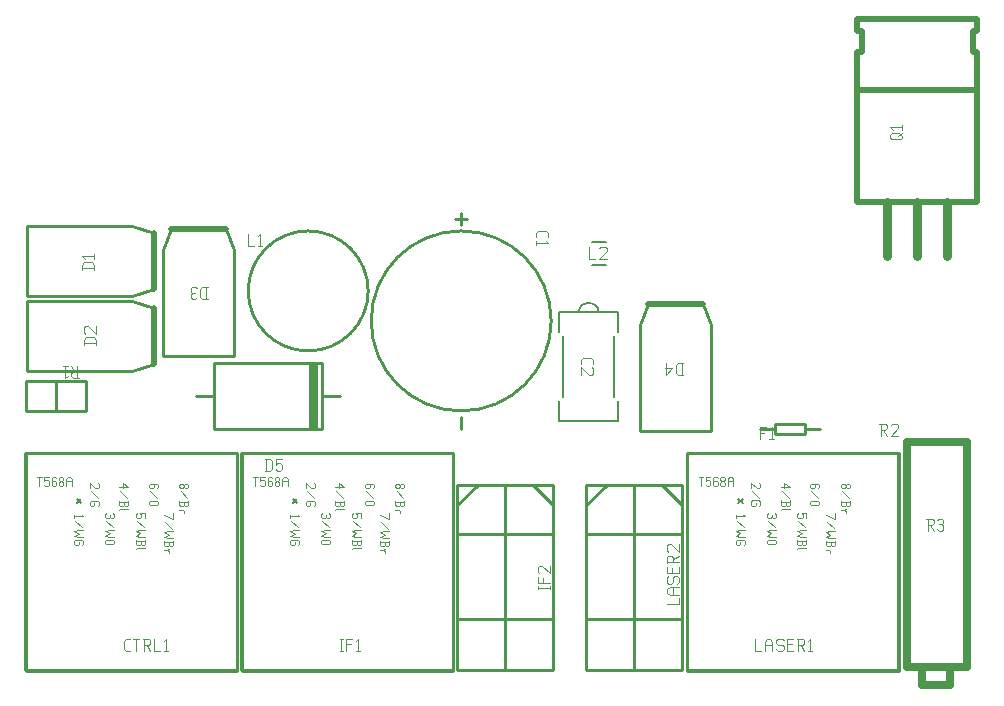
<source format=gbr>
G04 start of page 8 for group -4079 idx -4079 *
G04 Title: (unknown), topsilk *
G04 Creator: pcb 1.99z *
G04 CreationDate: Mon Dec  7 23:02:26 2015 UTC *
G04 For: commonadmin *
G04 Format: Gerber/RS-274X *
G04 PCB-Dimensions (mil): 3220.00 2260.00 *
G04 PCB-Coordinate-Origin: lower left *
%MOIN*%
%FSLAX25Y25*%
%LNTOPSILK*%
%ADD110C,0.0040*%
%ADD109C,0.0080*%
%ADD108C,0.0079*%
%ADD107C,0.0250*%
%ADD106C,0.0200*%
%ADD105C,0.0300*%
%ADD104C,0.0030*%
%ADD103C,0.0100*%
%ADD102C,0.0060*%
G54D102*X19798Y63674D02*X21373Y65249D01*
X19798D02*X21373Y63674D01*
G54D103*X15586Y80406D02*X60586D01*
X2830D02*X16609D01*
X73302Y51430D02*Y80406D01*
X58381D01*
X73302Y51469D02*Y7965D01*
X2830Y51430D02*Y80406D01*
Y51469D02*Y7965D01*
X73302D01*
X293846Y51438D02*Y80414D01*
X278924D01*
X293846Y51477D02*Y7973D01*
G54D102*X240342Y63682D02*X241917Y65257D01*
X240342D02*X241917Y63682D01*
G54D103*X236129Y80414D02*X281129D01*
X223373D02*X237153D01*
X223373Y51438D02*Y80414D01*
Y51477D02*Y7973D01*
X293846D01*
G54D102*X91798Y63674D02*X93373Y65249D01*
X91798D02*X93373Y63674D01*
G54D103*X87586Y80406D02*X132586D01*
X74830D02*X88609D01*
X145302Y51430D02*Y80406D01*
X130381D01*
X145302Y51469D02*Y7965D01*
X74830Y51430D02*Y80406D01*
Y51469D02*Y7965D01*
X145302D01*
G54D104*X21441Y59934D02*X22041Y59334D01*
X19041D02*X22041D01*
X19041Y59934D02*Y58809D01*
X19416Y57909D02*X21666Y55659D01*
X20541Y54759D02*X22041D01*
X20541D02*X19041Y54384D01*
X20541Y53634D01*
X19041Y52884D01*
X20541Y52509D01*
X22041D01*
Y50109D02*X21666Y49734D01*
X22041Y51234D02*Y50109D01*
X21666Y51609D02*X22041Y51234D01*
X19416Y51609D02*X21666D01*
X19416D02*X19041Y51234D01*
Y50109D01*
X19416Y49734D01*
X20166D01*
X20541Y50109D02*X20166Y49734D01*
X20541Y50859D02*Y50109D01*
X31902Y60328D02*X32277Y59953D01*
Y59203D01*
X31902Y58828D01*
X29277Y59203D02*X29652Y58828D01*
X29277Y59953D02*Y59203D01*
X29652Y60328D02*X29277Y59953D01*
X30927D02*Y59203D01*
X31302Y58828D02*X31902D01*
X29652D02*X30552D01*
X30927Y59203D01*
X31302Y58828D02*X30927Y59203D01*
X29652Y57928D02*X31902Y55678D01*
X30777Y54778D02*X32277D01*
X30777D02*X29277Y54403D01*
X30777Y53653D01*
X29277Y52903D01*
X30777Y52528D01*
X32277D01*
X29652Y51628D02*X31902D01*
X32277Y51253D01*
Y50503D01*
X31902Y50128D01*
X29652D02*X31902D01*
X29277Y50503D02*X29652Y50128D01*
X29277Y51253D02*Y50503D01*
X29652Y51628D02*X29277Y51253D01*
X42513Y60328D02*Y58828D01*
X41013Y60328D02*X42513D01*
X41013D02*X41388Y59953D01*
Y59203D01*
X41013Y58828D01*
X39888D02*X41013D01*
X39513Y59203D02*X39888Y58828D01*
X39513Y59953D02*Y59203D01*
X39888Y60328D02*X39513Y59953D01*
X39888Y57928D02*X42138Y55678D01*
X41013Y54778D02*X42513D01*
X41013D02*X39513Y54403D01*
X41013Y53653D01*
X39513Y52903D01*
X41013Y52528D01*
X42513D01*
X39513Y51628D02*Y50128D01*
X39888Y49753D01*
X40788D01*
X41163Y50128D02*X40788Y49753D01*
X41163Y51253D02*Y50128D01*
X39513Y51253D02*X42513D01*
Y51628D02*Y50128D01*
X42138Y49753D01*
X41538D02*X42138D01*
X41163Y50128D02*X41538Y49753D01*
X39888Y48853D02*X42513D01*
X39888D02*X39513Y48478D01*
X48962Y59953D02*X51962Y58453D01*
Y60328D02*Y58453D01*
X49337Y57553D02*X51587Y55303D01*
X50462Y54403D02*X51962D01*
X50462D02*X48962Y54028D01*
X50462Y53278D01*
X48962Y52528D01*
X50462Y52153D01*
X51962D01*
X48962Y51253D02*Y49753D01*
X49337Y49378D01*
X50237D01*
X50612Y49753D02*X50237Y49378D01*
X50612Y50878D02*Y49753D01*
X48962Y50878D02*X51962D01*
Y51253D02*Y49753D01*
X51587Y49378D01*
X50987D02*X51587D01*
X50612Y49753D02*X50987Y49378D01*
X48962Y48103D02*X50087D01*
X50462Y47728D01*
Y46978D01*
Y48478D02*X50087Y48103D01*
X93441Y59934D02*X94041Y59334D01*
X91041D02*X94041D01*
X91041Y59934D02*Y58809D01*
X91416Y57909D02*X93666Y55659D01*
X92541Y54759D02*X94041D01*
X92541D02*X91041Y54384D01*
X92541Y53634D01*
X91041Y52884D01*
X92541Y52509D01*
X94041D01*
Y50109D02*X93666Y49734D01*
X94041Y51234D02*Y50109D01*
X93666Y51609D02*X94041Y51234D01*
X91416Y51609D02*X93666D01*
X91416D02*X91041Y51234D01*
Y50109D01*
X91416Y49734D01*
X92166D01*
X92541Y50109D02*X92166Y49734D01*
X92541Y50859D02*Y50109D01*
X103902Y60328D02*X104277Y59953D01*
Y59203D01*
X103902Y58828D01*
X101277Y59203D02*X101652Y58828D01*
X101277Y59953D02*Y59203D01*
X101652Y60328D02*X101277Y59953D01*
X102927D02*Y59203D01*
X103302Y58828D02*X103902D01*
X101652D02*X102552D01*
X102927Y59203D01*
X103302Y58828D02*X102927Y59203D01*
X101652Y57928D02*X103902Y55678D01*
X102777Y54778D02*X104277D01*
X102777D02*X101277Y54403D01*
X102777Y53653D01*
X101277Y52903D01*
X102777Y52528D01*
X104277D01*
X101652Y51628D02*X103902D01*
X104277Y51253D01*
Y50503D01*
X103902Y50128D01*
X101652D02*X103902D01*
X101277Y50503D02*X101652Y50128D01*
X101277Y51253D02*Y50503D01*
X101652Y51628D02*X101277Y51253D01*
X26784Y70564D02*X27159Y70189D01*
Y69064D01*
X26784Y68689D01*
X26034D02*X26784D01*
X24159Y70564D02*X26034Y68689D01*
X24159Y70564D02*Y68689D01*
X24534Y67789D02*X26784Y65539D01*
X27159Y63139D02*X26784Y62764D01*
X27159Y64264D02*Y63139D01*
X26784Y64639D02*X27159Y64264D01*
X24534Y64639D02*X26784D01*
X24534D02*X24159Y64264D01*
Y63139D01*
X24534Y62764D01*
X25284D01*
X25659Y63139D02*X25284Y62764D01*
X25659Y63889D02*Y63139D01*
X35126Y70564D02*X37001Y69064D01*
X35126Y70564D02*Y68689D01*
X34001Y69064D02*X37001D01*
X34376Y67789D02*X36626Y65539D01*
X34001Y64639D02*Y63139D01*
X34376Y62764D01*
X35276D01*
X35651Y63139D02*X35276Y62764D01*
X35651Y64264D02*Y63139D01*
X34001Y64264D02*X37001D01*
Y64639D02*Y63139D01*
X36626Y62764D01*
X36026D02*X36626D01*
X35651Y63139D02*X36026Y62764D01*
X34376Y61864D02*X37001D01*
X34376D02*X34001Y61489D01*
X46844Y69045D02*X46469Y68670D01*
X46844Y69795D02*Y69045D01*
X46469Y70170D02*X46844Y69795D01*
X44219Y70170D02*X46469D01*
X44219D02*X43844Y69795D01*
X45494Y69045D02*X45119Y68670D01*
X45494Y70170D02*Y69045D01*
X43844Y69795D02*Y69045D01*
X44219Y68670D01*
X45119D01*
X44219Y67770D02*X46469Y65520D01*
X44219Y64620D02*X46469D01*
X46844Y64245D01*
Y63495D01*
X46469Y63120D01*
X44219D02*X46469D01*
X43844Y63495D02*X44219Y63120D01*
X43844Y64245D02*Y63495D01*
X44219Y64620D02*X43844Y64245D01*
X54455Y70170D02*X54080Y69795D01*
X54455Y70170D02*X55055D01*
X55580Y69645D01*
Y69195D01*
X55055Y68670D01*
X54455D02*X55055D01*
X54080Y69045D02*X54455Y68670D01*
X54080Y69795D02*Y69045D01*
X56105Y70170D02*X55580Y69645D01*
X56105Y70170D02*X56705D01*
X57080Y69795D01*
Y69045D01*
X56705Y68670D01*
X56105D02*X56705D01*
X55580Y69195D02*X56105Y68670D01*
X54455Y67770D02*X56705Y65520D01*
X54080Y64620D02*Y63120D01*
X54455Y62745D01*
X55355D01*
X55730Y63120D02*X55355Y62745D01*
X55730Y64245D02*Y63120D01*
X54080Y64245D02*X57080D01*
Y64620D02*Y63120D01*
X56705Y62745D01*
X56105D02*X56705D01*
X55730Y63120D02*X56105Y62745D01*
X54080Y61470D02*X55205D01*
X55580Y61095D01*
Y60345D01*
Y61845D02*X55205Y61470D01*
X6649Y72570D02*X8149D01*
X7399D02*Y69570D01*
X9049Y72570D02*X10549D01*
X9049D02*Y71070D01*
X9424Y71445D01*
X10174D01*
X10549Y71070D01*
Y69945D01*
X10174Y69570D02*X10549Y69945D01*
X9424Y69570D02*X10174D01*
X9049Y69945D02*X9424Y69570D01*
X12574Y72570D02*X12949Y72195D01*
X11824Y72570D02*X12574D01*
X11449Y72195D02*X11824Y72570D01*
X11449Y72195D02*Y69945D01*
X11824Y69570D01*
X12574Y71220D02*X12949Y70845D01*
X11449Y71220D02*X12574D01*
X11824Y69570D02*X12574D01*
X12949Y69945D01*
Y70845D02*Y69945D01*
X13849D02*X14224Y69570D01*
X13849Y70545D02*Y69945D01*
Y70545D02*X14374Y71070D01*
X14824D01*
X15349Y70545D01*
Y69945D01*
X14974Y69570D02*X15349Y69945D01*
X14224Y69570D02*X14974D01*
X13849Y71595D02*X14374Y71070D01*
X13849Y72195D02*Y71595D01*
Y72195D02*X14224Y72570D01*
X14974D01*
X15349Y72195D01*
Y71595D01*
X14824Y71070D02*X15349Y71595D01*
X16249Y71820D02*Y69570D01*
Y71820D02*X16774Y72570D01*
X17599D01*
X18124Y71820D01*
Y69570D01*
X16249Y71070D02*X18124D01*
X98784Y70564D02*X99159Y70189D01*
Y69064D01*
X98784Y68689D01*
X98034D02*X98784D01*
X96159Y70564D02*X98034Y68689D01*
X96159Y70564D02*Y68689D01*
X96534Y67789D02*X98784Y65539D01*
X99159Y63139D02*X98784Y62764D01*
X99159Y64264D02*Y63139D01*
X98784Y64639D02*X99159Y64264D01*
X96534Y64639D02*X98784D01*
X96534D02*X96159Y64264D01*
Y63139D01*
X96534Y62764D01*
X97284D01*
X97659Y63139D02*X97284Y62764D01*
X97659Y63889D02*Y63139D01*
X107126Y70564D02*X109001Y69064D01*
X107126Y70564D02*Y68689D01*
X106001Y69064D02*X109001D01*
X106376Y67789D02*X108626Y65539D01*
X106001Y64639D02*Y63139D01*
X106376Y62764D01*
X107276D01*
X107651Y63139D02*X107276Y62764D01*
X107651Y64264D02*Y63139D01*
X106001Y64264D02*X109001D01*
Y64639D02*Y63139D01*
X108626Y62764D01*
X108026D02*X108626D01*
X107651Y63139D02*X108026Y62764D01*
X106376Y61864D02*X109001D01*
X106376D02*X106001Y61489D01*
X78649Y72570D02*X80149D01*
X79399D02*Y69570D01*
X81049Y72570D02*X82549D01*
X81049D02*Y71070D01*
X81424Y71445D01*
X82174D01*
X82549Y71070D01*
Y69945D01*
X82174Y69570D02*X82549Y69945D01*
X81424Y69570D02*X82174D01*
X81049Y69945D02*X81424Y69570D01*
X84574Y72570D02*X84949Y72195D01*
X83824Y72570D02*X84574D01*
X83449Y72195D02*X83824Y72570D01*
X83449Y72195D02*Y69945D01*
X83824Y69570D01*
X84574Y71220D02*X84949Y70845D01*
X83449Y71220D02*X84574D01*
X83824Y69570D02*X84574D01*
X84949Y69945D01*
Y70845D02*Y69945D01*
X85849D02*X86224Y69570D01*
X85849Y70545D02*Y69945D01*
Y70545D02*X86374Y71070D01*
X86824D01*
X87349Y70545D01*
Y69945D01*
X86974Y69570D02*X87349Y69945D01*
X86224Y69570D02*X86974D01*
X85849Y71595D02*X86374Y71070D01*
X85849Y72195D02*Y71595D01*
Y72195D02*X86224Y72570D01*
X86974D01*
X87349Y72195D01*
Y71595D01*
X86824Y71070D02*X87349Y71595D01*
X88249Y71820D02*Y69570D01*
Y71820D02*X88774Y72570D01*
X89599D01*
X90124Y71820D01*
Y69570D01*
X88249Y71070D02*X90124D01*
X114513Y60328D02*Y58828D01*
X113013Y60328D02*X114513D01*
X113013D02*X113388Y59953D01*
Y59203D01*
X113013Y58828D01*
X111888D02*X113013D01*
X111513Y59203D02*X111888Y58828D01*
X111513Y59953D02*Y59203D01*
X111888Y60328D02*X111513Y59953D01*
X111888Y57928D02*X114138Y55678D01*
X113013Y54778D02*X114513D01*
X113013D02*X111513Y54403D01*
X113013Y53653D01*
X111513Y52903D01*
X113013Y52528D01*
X114513D01*
X111513Y51628D02*Y50128D01*
X111888Y49753D01*
X112788D01*
X113163Y50128D02*X112788Y49753D01*
X113163Y51253D02*Y50128D01*
X111513Y51253D02*X114513D01*
Y51628D02*Y50128D01*
X114138Y49753D01*
X113538D02*X114138D01*
X113163Y50128D02*X113538Y49753D01*
X111888Y48853D02*X114513D01*
X111888D02*X111513Y48478D01*
X120962Y59953D02*X123962Y58453D01*
Y60328D02*Y58453D01*
X121337Y57553D02*X123587Y55303D01*
X122462Y54403D02*X123962D01*
X122462D02*X120962Y54028D01*
X122462Y53278D01*
X120962Y52528D01*
X122462Y52153D01*
X123962D01*
X120962Y51253D02*Y49753D01*
X121337Y49378D01*
X122237D01*
X122612Y49753D02*X122237Y49378D01*
X122612Y50878D02*Y49753D01*
X120962Y50878D02*X123962D01*
Y51253D02*Y49753D01*
X123587Y49378D01*
X122987D02*X123587D01*
X122612Y49753D02*X122987Y49378D01*
X120962Y48103D02*X122087D01*
X122462Y47728D01*
Y46978D01*
Y48478D02*X122087Y48103D01*
X118844Y69045D02*X118469Y68670D01*
X118844Y69795D02*Y69045D01*
X118469Y70170D02*X118844Y69795D01*
X116219Y70170D02*X118469D01*
X116219D02*X115844Y69795D01*
X117494Y69045D02*X117119Y68670D01*
X117494Y70170D02*Y69045D01*
X115844Y69795D02*Y69045D01*
X116219Y68670D01*
X117119D01*
X116219Y67770D02*X118469Y65520D01*
X116219Y64620D02*X118469D01*
X118844Y64245D01*
Y63495D01*
X118469Y63120D01*
X116219D02*X118469D01*
X115844Y63495D02*X116219Y63120D01*
X115844Y64245D02*Y63495D01*
X116219Y64620D02*X115844Y64245D01*
X126455Y70170D02*X126080Y69795D01*
X126455Y70170D02*X127055D01*
X127580Y69645D01*
Y69195D01*
X127055Y68670D01*
X126455D02*X127055D01*
X126080Y69045D02*X126455Y68670D01*
X126080Y69795D02*Y69045D01*
X128105Y70170D02*X127580Y69645D01*
X128105Y70170D02*X128705D01*
X129080Y69795D01*
Y69045D01*
X128705Y68670D01*
X128105D02*X128705D01*
X127580Y69195D02*X128105Y68670D01*
X126455Y67770D02*X128705Y65520D01*
X126080Y64620D02*Y63120D01*
X126455Y62745D01*
X127355D01*
X127730Y63120D02*X127355Y62745D01*
X127730Y64245D02*Y63120D01*
X126080Y64245D02*X129080D01*
Y64620D02*Y63120D01*
X128705Y62745D01*
X128105D02*X128705D01*
X127730Y63120D02*X128105Y62745D01*
X126080Y61470D02*X127205D01*
X127580Y61095D01*
Y60345D01*
Y61845D02*X127205Y61470D01*
X255669Y70572D02*X257544Y69072D01*
X255669Y70572D02*Y68697D01*
X254544Y69072D02*X257544D01*
X254919Y67797D02*X257169Y65547D01*
X254544Y64647D02*Y63147D01*
X254919Y62772D01*
X255819D01*
X256194Y63147D02*X255819Y62772D01*
X256194Y64272D02*Y63147D01*
X254544Y64272D02*X257544D01*
Y64647D02*Y63147D01*
X257169Y62772D01*
X256569D02*X257169D01*
X256194Y63147D02*X256569Y62772D01*
X254919Y61872D02*X257544D01*
X254919D02*X254544Y61497D01*
X263056Y60335D02*Y58835D01*
X261556Y60335D02*X263056D01*
X261556D02*X261931Y59960D01*
Y59210D01*
X261556Y58835D01*
X260431D02*X261556D01*
X260056Y59210D02*X260431Y58835D01*
X260056Y59960D02*Y59210D01*
X260431Y60335D02*X260056Y59960D01*
X260431Y57935D02*X262681Y55685D01*
X261556Y54785D02*X263056D01*
X261556D02*X260056Y54410D01*
X261556Y53660D01*
X260056Y52910D01*
X261556Y52535D01*
X263056D01*
X260056Y51635D02*Y50135D01*
X260431Y49760D01*
X261331D01*
X261706Y50135D02*X261331Y49760D01*
X261706Y51260D02*Y50135D01*
X260056Y51260D02*X263056D01*
Y51635D02*Y50135D01*
X262681Y49760D01*
X262081D02*X262681D01*
X261706Y50135D02*X262081Y49760D01*
X260431Y48860D02*X263056D01*
X260431D02*X260056Y48485D01*
X267387Y69053D02*X267012Y68678D01*
X267387Y69803D02*Y69053D01*
X267012Y70178D02*X267387Y69803D01*
X264762Y70178D02*X267012D01*
X264762D02*X264387Y69803D01*
X266037Y69053D02*X265662Y68678D01*
X266037Y70178D02*Y69053D01*
X264387Y69803D02*Y69053D01*
X264762Y68678D01*
X265662D01*
X264762Y67778D02*X267012Y65528D01*
X264762Y64628D02*X267012D01*
X267387Y64253D01*
Y63503D01*
X267012Y63128D01*
X264762D02*X267012D01*
X264387Y63503D02*X264762Y63128D01*
X264387Y64253D02*Y63503D01*
X264762Y64628D02*X264387Y64253D01*
X274998Y70178D02*X274623Y69803D01*
X274998Y70178D02*X275598D01*
X276123Y69653D01*
Y69203D01*
X275598Y68678D01*
X274998D02*X275598D01*
X274623Y69053D02*X274998Y68678D01*
X274623Y69803D02*Y69053D01*
X276648Y70178D02*X276123Y69653D01*
X276648Y70178D02*X277248D01*
X277623Y69803D01*
Y69053D01*
X277248Y68678D01*
X276648D02*X277248D01*
X276123Y69203D02*X276648Y68678D01*
X274998Y67778D02*X277248Y65528D01*
X274623Y64628D02*Y63128D01*
X274998Y62753D01*
X275898D01*
X276273Y63128D02*X275898Y62753D01*
X276273Y64253D02*Y63128D01*
X274623Y64253D02*X277623D01*
Y64628D02*Y63128D01*
X277248Y62753D01*
X276648D02*X277248D01*
X276273Y63128D02*X276648Y62753D01*
X274623Y61478D02*X275748D01*
X276123Y61103D01*
Y60353D01*
Y61853D02*X275748Y61478D01*
X241984Y59942D02*X242584Y59342D01*
X239584D02*X242584D01*
X239584Y59942D02*Y58817D01*
X239959Y57917D02*X242209Y55667D01*
X241084Y54767D02*X242584D01*
X241084D02*X239584Y54392D01*
X241084Y53642D01*
X239584Y52892D01*
X241084Y52517D01*
X242584D01*
Y50117D02*X242209Y49742D01*
X242584Y51242D02*Y50117D01*
X242209Y51617D02*X242584Y51242D01*
X239959Y51617D02*X242209D01*
X239959D02*X239584Y51242D01*
Y50117D01*
X239959Y49742D01*
X240709D01*
X241084Y50117D02*X240709Y49742D01*
X241084Y50867D02*Y50117D01*
X247327Y70572D02*X247702Y70197D01*
Y69072D01*
X247327Y68697D01*
X246577D02*X247327D01*
X244702Y70572D02*X246577Y68697D01*
X244702Y70572D02*Y68697D01*
X245077Y67797D02*X247327Y65547D01*
X247702Y63147D02*X247327Y62772D01*
X247702Y64272D02*Y63147D01*
X247327Y64647D02*X247702Y64272D01*
X245077Y64647D02*X247327D01*
X245077D02*X244702Y64272D01*
Y63147D01*
X245077Y62772D01*
X245827D01*
X246202Y63147D02*X245827Y62772D01*
X246202Y63897D02*Y63147D01*
X252445Y60335D02*X252820Y59960D01*
Y59210D01*
X252445Y58835D01*
X249820Y59210D02*X250195Y58835D01*
X249820Y59960D02*Y59210D01*
X250195Y60335D02*X249820Y59960D01*
X251470D02*Y59210D01*
X251845Y58835D02*X252445D01*
X250195D02*X251095D01*
X251470Y59210D01*
X251845Y58835D02*X251470Y59210D01*
X250195Y57935D02*X252445Y55685D01*
X251320Y54785D02*X252820D01*
X251320D02*X249820Y54410D01*
X251320Y53660D01*
X249820Y52910D01*
X251320Y52535D01*
X252820D01*
X250195Y51635D02*X252445D01*
X252820Y51260D01*
Y50510D01*
X252445Y50135D01*
X250195D02*X252445D01*
X249820Y50510D02*X250195Y50135D01*
X249820Y51260D02*Y50510D01*
X250195Y51635D02*X249820Y51260D01*
X269505Y59960D02*X272505Y58460D01*
Y60335D02*Y58460D01*
X269880Y57560D02*X272130Y55310D01*
X271005Y54410D02*X272505D01*
X271005D02*X269505Y54035D01*
X271005Y53285D01*
X269505Y52535D01*
X271005Y52160D01*
X272505D01*
X269505Y51260D02*Y49760D01*
X269880Y49385D01*
X270780D01*
X271155Y49760D02*X270780Y49385D01*
X271155Y50885D02*Y49760D01*
X269505Y50885D02*X272505D01*
Y51260D02*Y49760D01*
X272130Y49385D01*
X271530D02*X272130D01*
X271155Y49760D02*X271530Y49385D01*
X269505Y48110D02*X270630D01*
X271005Y47735D01*
Y46985D01*
Y48485D02*X270630Y48110D01*
X227192Y72578D02*X228692D01*
X227942D02*Y69578D01*
X229592Y72578D02*X231092D01*
X229592D02*Y71078D01*
X229967Y71453D01*
X230717D01*
X231092Y71078D01*
Y69953D01*
X230717Y69578D02*X231092Y69953D01*
X229967Y69578D02*X230717D01*
X229592Y69953D02*X229967Y69578D01*
X233117Y72578D02*X233492Y72203D01*
X232367Y72578D02*X233117D01*
X231992Y72203D02*X232367Y72578D01*
X231992Y72203D02*Y69953D01*
X232367Y69578D01*
X233117Y71228D02*X233492Y70853D01*
X231992Y71228D02*X233117D01*
X232367Y69578D02*X233117D01*
X233492Y69953D01*
Y70853D02*Y69953D01*
X234392D02*X234767Y69578D01*
X234392Y70553D02*Y69953D01*
Y70553D02*X234917Y71078D01*
X235367D01*
X235892Y70553D01*
Y69953D01*
X235517Y69578D02*X235892Y69953D01*
X234767Y69578D02*X235517D01*
X234392Y71603D02*X234917Y71078D01*
X234392Y72203D02*Y71603D01*
Y72203D02*X234767Y72578D01*
X235517D01*
X235892Y72203D01*
Y71603D01*
X235367Y71078D02*X235892Y71603D01*
X236792Y71828D02*Y69578D01*
Y71828D02*X237317Y72578D01*
X238142D01*
X238667Y71828D01*
Y69578D01*
X236792Y71078D02*X238667D01*
G54D103*X247500Y88500D02*X252500D01*
X262500D02*X267500D01*
X252500Y90100D02*X262500D01*
Y86900D01*
X252500D01*
Y90100D01*
X236043Y80453D02*X281043D01*
X223287D02*X237067D01*
X293760D02*Y51476D01*
X278839Y80453D02*X293760D01*
Y51516D02*Y8012D01*
X223287Y80453D02*Y51476D01*
Y51516D02*Y8012D01*
X293760D01*
X189752Y8071D02*X221642D01*
Y69882D02*Y8071D01*
X189752Y69882D02*X221642D01*
X189752D02*Y8071D01*
Y63189D02*X196445Y69882D01*
X221642Y63189D02*X214949Y69882D01*
X189752Y25000D02*X221642D01*
X189752Y53346D02*X221642D01*
X205500Y69882D02*Y8071D01*
X15500Y80445D02*X60500D01*
X2744D02*X16524D01*
X73217D02*Y51469D01*
X58295Y80445D02*X73217D01*
Y51508D02*Y8004D01*
X2744Y80445D02*Y51469D01*
Y51508D02*Y8004D01*
X73217D01*
X87500Y80445D02*X132500D01*
X74744D02*X88524D01*
X145217D02*Y51469D01*
X130295Y80445D02*X145217D01*
Y51508D02*Y8004D01*
X74744Y80445D02*Y51469D01*
Y51508D02*Y8004D01*
X145217D01*
X146752Y8071D02*X178642D01*
Y69882D02*Y8071D01*
X146752Y69882D02*X178642D01*
X146752D02*Y8071D01*
Y63189D02*X153445Y69882D01*
X178642Y63189D02*X171949Y69882D01*
X146752Y25000D02*X178642D01*
X146752Y53346D02*X178642D01*
X162500Y69882D02*Y8071D01*
G54D105*X290000Y164000D02*Y146000D01*
X300000Y164000D02*Y146000D01*
X310000Y164000D02*Y146000D01*
G54D106*X280000Y164000D02*X320000D01*
Y201500D02*Y164000D01*
X280000Y201500D02*X320000D01*
X280000D02*Y164000D01*
Y201500D02*X320000D01*
Y214000D02*Y201500D01*
X318500Y214000D02*X320000D01*
X318500Y221000D02*Y214000D01*
Y221000D02*X320000D01*
Y225000D02*Y221000D01*
X280000Y225000D02*X320000D01*
X280000D02*Y221000D01*
X281500D01*
Y214000D01*
X280000D02*X281500D01*
X280000D02*Y201500D01*
G54D107*X311000Y9000D02*Y3000D01*
X301500D02*X311000D01*
X301500Y9000D02*Y3000D01*
X296500Y84000D02*Y9000D01*
X316500D01*
Y84000D02*Y9000D01*
X296500Y84000D02*X316500D01*
G54D106*X45600Y128700D02*Y110300D01*
G54D103*Y128700D02*X38400Y131300D01*
X3200D02*X38400D01*
X3200D02*Y107700D01*
X38400D01*
X45600Y110300D01*
X3000Y104500D02*X23000D01*
X3000D02*Y94500D01*
X23000D01*
Y104500D02*Y94500D01*
X13000Y104500D02*Y94500D01*
X23000D01*
X65500Y99500D02*X59500D01*
X101500D02*X107500D01*
X97500Y110500D02*Y88500D01*
X98500Y110500D02*Y88500D01*
X99500Y110500D02*Y88500D01*
X101500D02*Y110500D01*
X65500D01*
Y88500D01*
X101500D01*
G54D106*X51300Y155300D02*X69700D01*
G54D103*X51300D02*X48700Y148100D01*
Y112900D01*
X72300D01*
Y148100D02*Y112900D01*
Y148100D02*X69700Y155300D01*
X77000Y134500D02*G75*G03X77000Y134500I20000J0D01*G01*
G54D106*X45600Y153700D02*Y135300D01*
G54D103*Y153700D02*X38400Y156300D01*
X3200D02*X38400D01*
X3200D02*Y132700D01*
X38400D01*
X45600Y135300D01*
X148000Y160500D02*Y156500D01*
X146000Y158500D02*X150000D01*
X148000Y92500D02*Y88500D01*
Y154500D02*G75*G03X148000Y154500I0J-30000D01*G01*
G54D108*X180657Y97748D02*Y91154D01*
X200343D01*
Y97748D02*Y91154D01*
X180657Y127374D02*Y120780D01*
Y127374D02*X200343D01*
Y120780D01*
X182035Y119500D02*Y99028D01*
X198965Y119500D02*Y99028D01*
X193781Y127374D02*G75*G03X187219Y127374I-3281J0D01*G01*
G54D109*X191543Y150740D02*X196267D01*
X191543Y143260D02*X196267D01*
G54D106*X210300Y130300D02*X228700D01*
G54D103*X210300D02*X207700Y123100D01*
Y87900D01*
X231300D01*
Y123100D02*Y87900D01*
Y123100D02*X228700Y130300D01*
G54D110*X246043Y18508D02*Y14508D01*
X248043D01*
X249243Y17508D02*Y14508D01*
Y17508D02*X249943Y18508D01*
X251043D01*
X251743Y17508D01*
Y14508D01*
X249243Y16508D02*X251743D01*
X254943Y18508D02*X255443Y18008D01*
X253443Y18508D02*X254943D01*
X252943Y18008D02*X253443Y18508D01*
X252943Y18008D02*Y17008D01*
X253443Y16508D01*
X254943D01*
X255443Y16008D01*
Y15008D01*
X254943Y14508D02*X255443Y15008D01*
X253443Y14508D02*X254943D01*
X252943Y15008D02*X253443Y14508D01*
X256643Y16708D02*X258143D01*
X256643Y14508D02*X258643D01*
X256643Y18508D02*Y14508D01*
Y18508D02*X258643D01*
X259843D02*X261843D01*
X262343Y18008D01*
Y17008D01*
X261843Y16508D02*X262343Y17008D01*
X260343Y16508D02*X261843D01*
X260343Y18508D02*Y14508D01*
X261143Y16508D02*X262343Y14508D01*
X263543Y17708D02*X264343Y18508D01*
Y14508D01*
X263543D02*X265043D01*
X216500Y30000D02*X220500D01*
Y32000D02*Y30000D01*
X217500Y33200D02*X220500D01*
X217500D02*X216500Y33900D01*
Y35000D02*Y33900D01*
Y35000D02*X217500Y35700D01*
X220500D01*
X218500D02*Y33200D01*
X216500Y38900D02*X217000Y39400D01*
X216500Y38900D02*Y37400D01*
X217000Y36900D02*X216500Y37400D01*
X217000Y36900D02*X218000D01*
X218500Y37400D01*
Y38900D02*Y37400D01*
Y38900D02*X219000Y39400D01*
X220000D01*
X220500Y38900D02*X220000Y39400D01*
X220500Y38900D02*Y37400D01*
X220000Y36900D02*X220500Y37400D01*
X218300Y42100D02*Y40600D01*
X220500Y42600D02*Y40600D01*
X216500D02*X220500D01*
X216500Y42600D02*Y40600D01*
Y45800D02*Y43800D01*
Y45800D02*X217000Y46300D01*
X218000D01*
X218500Y45800D02*X218000Y46300D01*
X218500Y45800D02*Y44300D01*
X216500D02*X220500D01*
X218500Y45100D02*X220500Y46300D01*
X217000Y47500D02*X216500Y48000D01*
Y49500D02*Y48000D01*
Y49500D02*X217000Y50000D01*
X218000D01*
X220500Y47500D02*X218000Y50000D01*
X220500D02*Y47500D01*
X36200Y14500D02*X37500D01*
X35500Y15200D02*X36200Y14500D01*
X35500Y17800D02*Y15200D01*
Y17800D02*X36200Y18500D01*
X37500D01*
X38700D02*X40700D01*
X39700D02*Y14500D01*
X41900Y18500D02*X43900D01*
X44400Y18000D01*
Y17000D01*
X43900Y16500D02*X44400Y17000D01*
X42400Y16500D02*X43900D01*
X42400Y18500D02*Y14500D01*
X43200Y16500D02*X44400Y14500D01*
X45600Y18500D02*Y14500D01*
X47600D01*
X48800Y17700D02*X49600Y18500D01*
Y14500D01*
X48800D02*X50300D01*
X107500Y18500D02*X108500D01*
X108000D02*Y14500D01*
X107500D02*X108500D01*
X109700Y18500D02*Y14500D01*
Y18500D02*X111700D01*
X109700Y16700D02*X111200D01*
X112900Y17700D02*X113700Y18500D01*
Y14500D01*
X112900D02*X114400D01*
X173500Y36000D02*Y35000D01*
Y35500D02*X177500D01*
Y36000D02*Y35000D01*
X173500Y37200D02*X177500D01*
X173500Y39200D02*Y37200D01*
X175300Y38700D02*Y37200D01*
X174000Y40400D02*X173500Y40900D01*
Y42400D02*Y40900D01*
Y42400D02*X174000Y42900D01*
X175000D01*
X177500Y40400D02*X175000Y42900D01*
X177500D02*Y40400D01*
X291500Y185000D02*X294500D01*
X291500D02*X291000Y185500D01*
Y186500D02*Y185500D01*
Y186500D02*X291500Y187000D01*
X294000D01*
X295000Y186000D02*X294000Y187000D01*
X295000Y186000D02*Y185500D01*
X294500Y185000D02*X295000Y185500D01*
X293500Y186000D02*X295000Y187000D01*
X291800Y188200D02*X291000Y189000D01*
X295000D01*
Y189700D02*Y188200D01*
X287424Y90150D02*X289424D01*
X289924Y89650D01*
Y88650D01*
X289424Y88150D02*X289924Y88650D01*
X287924Y88150D02*X289424D01*
X287924Y90150D02*Y86150D01*
X288724Y88150D02*X289924Y86150D01*
X291124Y89650D02*X291624Y90150D01*
X293124D01*
X293624Y89650D01*
Y88650D01*
X291124Y86150D02*X293624Y88650D01*
X291124Y86150D02*X293624D01*
X247500Y89100D02*Y85100D01*
Y89100D02*X249500D01*
X247500Y87300D02*X249000D01*
X250700Y88300D02*X251500Y89100D01*
Y85100D01*
X250700D02*X252200D01*
X303000Y58500D02*X305000D01*
X305500Y58000D01*
Y57000D01*
X305000Y56500D02*X305500Y57000D01*
X303500Y56500D02*X305000D01*
X303500Y58500D02*Y54500D01*
X304300Y56500D02*X305500Y54500D01*
X306700Y58000D02*X307200Y58500D01*
X308200D01*
X308700Y58000D01*
X308200Y54500D02*X308700Y55000D01*
X307200Y54500D02*X308200D01*
X306700Y55000D02*X307200Y54500D01*
Y56700D02*X308200D01*
X308700Y58000D02*Y57200D01*
Y56200D02*Y55000D01*
Y56200D02*X308200Y56700D01*
X308700Y57200D02*X308200Y56700D01*
X22200Y117000D02*X26200D01*
X22200Y118300D02*X22900Y119000D01*
X25500D01*
X26200Y118300D02*X25500Y119000D01*
X26200Y118300D02*Y116500D01*
X22200Y118300D02*Y116500D01*
X22700Y120200D02*X22200Y120700D01*
Y122200D02*Y120700D01*
Y122200D02*X22700Y122700D01*
X23700D01*
X26200Y120200D02*X23700Y122700D01*
X26200D02*Y120200D01*
X18500Y105500D02*X20500D01*
X18500D02*X18000Y106000D01*
Y107000D02*Y106000D01*
X18500Y107500D02*X18000Y107000D01*
X18500Y107500D02*X20000D01*
Y109500D02*Y105500D01*
X19200Y107500D02*X18000Y109500D01*
X16800Y106300D02*X16000Y105500D01*
Y109500D02*Y105500D01*
X15300Y109500D02*X16800D01*
X63000Y135900D02*Y131900D01*
X61700D02*X61000Y132600D01*
Y135200D02*Y132600D01*
X61700Y135900D02*X61000Y135200D01*
X61700Y135900D02*X63500D01*
X61700Y131900D02*X63500D01*
X59800Y132400D02*X59300Y131900D01*
X58300D02*X59300D01*
X58300D02*X57800Y132400D01*
X58300Y135900D02*X57800Y135400D01*
X58300Y135900D02*X59300D01*
X59800Y135400D02*X59300Y135900D01*
X58300Y133700D02*X59300D01*
X57800Y133200D02*Y132400D01*
Y135400D02*Y134200D01*
X58300Y133700D01*
X57800Y133200D02*X58300Y133700D01*
X83000Y78500D02*Y74500D01*
X84300Y78500D02*X85000Y77800D01*
Y75200D01*
X84300Y74500D02*X85000Y75200D01*
X82500Y74500D02*X84300D01*
X82500Y78500D02*X84300D01*
X86200D02*X88200D01*
X86200D02*Y76500D01*
X86700Y77000D01*
X87700D01*
X88200Y76500D01*
Y75000D01*
X87700Y74500D02*X88200Y75000D01*
X86700Y74500D02*X87700D01*
X86200Y75000D02*X86700Y74500D01*
X77000Y153500D02*Y149500D01*
X79000D01*
X80200Y152700D02*X81000Y153500D01*
Y149500D01*
X80200D02*X81700D01*
X21700Y142000D02*X25700D01*
X21700Y143300D02*X22400Y144000D01*
X25000D01*
X25700Y143300D02*X25000Y144000D01*
X25700Y143300D02*Y141500D01*
X21700Y143300D02*Y141500D01*
X22500Y145200D02*X21700Y146000D01*
X25700D01*
Y146700D02*Y145200D01*
X173000Y153800D02*Y152500D01*
X173700Y154500D02*X173000Y153800D01*
X173700Y154500D02*X176300D01*
X177000Y153800D01*
Y152500D01*
X176200Y151300D02*X177000Y150500D01*
X173000D02*X177000D01*
X173000Y151300D02*Y149800D01*
X188000Y111564D02*Y110264D01*
X188700Y112264D02*X188000Y111564D01*
X188700Y112264D02*X191300D01*
X192000Y111564D01*
Y110264D01*
X191500Y109064D02*X192000Y108564D01*
Y107064D01*
X191500Y106564D01*
X190500D02*X191500D01*
X188000Y109064D02*X190500Y106564D01*
X188000Y109064D02*Y106564D01*
X190755Y149150D02*Y145150D01*
X192755D01*
X193955Y148650D02*X194455Y149150D01*
X195955D01*
X196455Y148650D01*
Y147650D01*
X193955Y145150D02*X196455Y147650D01*
X193955Y145150D02*X196455D01*
X221500Y110400D02*Y106400D01*
X220200D02*X219500Y107100D01*
Y109700D02*Y107100D01*
X220200Y110400D02*X219500Y109700D01*
X220200Y110400D02*X222000D01*
X220200Y106400D02*X222000D01*
X218300Y108900D02*X216300Y106400D01*
X215800Y108900D02*X218300D01*
X216300Y110400D02*Y106400D01*
M02*

</source>
